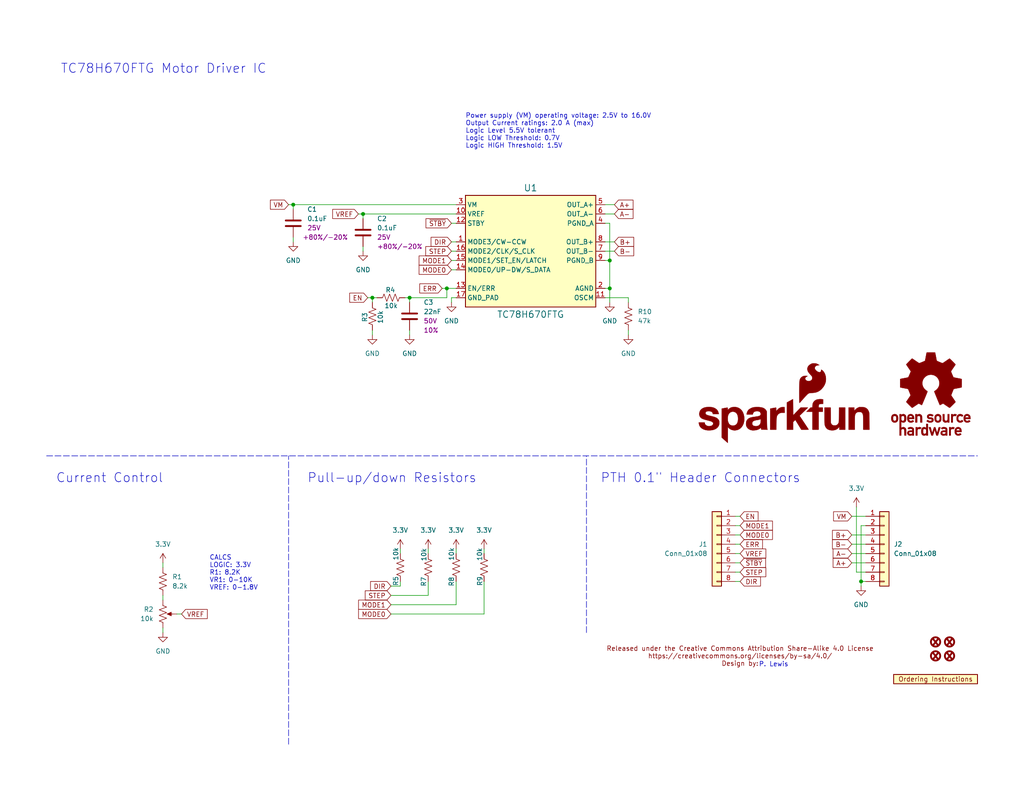
<source format=kicad_sch>
(kicad_sch (version 20230121) (generator eeschema)
  (paper "USLetter")
  (title_block (title "SparkFun Stepper Motor Breakout TC78H670FTG") (date "2024-02-16") (rev "v01"))
  (lib_symbols
    (symbol "SparkFun-Aesthetic:Creative_Commons_License"
      (symbol "Creative_Commons_License_1_1"
        (text "Released under the Creative Commons Attribution Share-Alike 4.0 License\nhttps://creativecommons.org/licenses/by-sa/4.0/\nDesign by:" (at 0 0 0) (effects (font (size 1.27 1.27))))
      )
    )
    (symbol "SparkFun-Aesthetic:Fiducial_0.5mm"
      (symbol "Fiducial_0.5mm_1_1"
        (text "x" (at 0 0.254 0) (effects (font (size 2.5 2.5) bold)))
      )
    )
    (symbol "SparkFun-Aesthetic:OSHW_Logo" (pin_names (offset 1.016)) (in_bom no))
    (symbol "SparkFun-Aesthetic:Ordering_Instructions"
      (symbol "Ordering_Instructions_1_1"
        (text "Ordering Instructions" (at 1.27 0 0) (effects (font (size 1.27 1.27))))
      )
    )
    (symbol "SparkFun-Aesthetic:SparkFun_Logo" (pin_names (offset 1.016)) (on_board no))
    (symbol "SparkFun-Capacitor:0.1uF_0603_25V_20%" (pin_numbers hide) (pin_names (offset 0.254))
      (property "Reference" "C" (at 0.635 2.54 0))
      (property "Value" "0.1uF" (at 0.635 -2.54 0))
      (property "Voltage" "25V" (at 0 -6.35 0))
      (property "Tolerance" "+80%/-20%" (at 0 -8.89 0))
      (symbol "0.1uF_0603_25V_20%_1_1"
        (pin passive line (at 0 3.81 270) (length 2.794) (name "~") (number "1"))
        (pin passive line (at 0 -3.81 90) (length 2.794) (name "~") (number "2"))
      )
    )
    (symbol "SparkFun-Capacitor:22nF_0603_50V_10%" (pin_numbers hide) (pin_names (offset 0.254))
      (property "Reference" "C" (at 0.635 2.54 0))
      (property "Value" "22nF" (at 0.635 -2.54 0))
      (property "Voltage" "50V" (at 0 -6.35 0))
      (property "Tolerance" "10%" (at 0 -8.89 0))
      (symbol "22nF_0603_50V_10%_1_1"
        (pin passive line (at 0 3.81 270) (length 2.794) (name "~") (number "1"))
        (pin passive line (at 0 -3.81 90) (length 2.794) (name "~") (number "2"))
      )
    )
    (symbol "SparkFun-Connector:Conn_01x08" (pin_names (offset 1.016) hide)
      (property "Reference" "J" (at 0 10.16 0))
      (property "Value" "Conn_01x08" (at 0 -12.7 0))
      (symbol "Conn_01x08_1_1"
        (pin passive line (at -5.08 7.62 0) (length 3.81) (name "Pin_1") (number "1"))
        (pin passive line (at -5.08 5.08 0) (length 3.81) (name "Pin_2") (number "2"))
        (pin passive line (at -5.08 2.54 0) (length 3.81) (name "Pin_3") (number "3"))
        (pin passive line (at -5.08 0 0) (length 3.81) (name "Pin_4") (number "4"))
        (pin passive line (at -5.08 -2.54 0) (length 3.81) (name "Pin_5") (number "5"))
        (pin passive line (at -5.08 -5.08 0) (length 3.81) (name "Pin_6") (number "6"))
        (pin passive line (at -5.08 -7.62 0) (length 3.81) (name "Pin_7") (number "7"))
        (pin passive line (at -5.08 -10.16 0) (length 3.81) (name "Pin_8") (number "8"))
      )
    )
    (symbol "SparkFun-PowerSymbol:3.3V" (power) (pin_names (offset 0))
      (property "Value" "3.3V" (at 0 3.556 0))
      (symbol "3.3V_1_1"
        (pin power_in line (at 0 0 90) (length 0) hide (name "3.3V") (number "1"))
      )
    )
    (symbol "SparkFun-PowerSymbol:GND" (power) (pin_names (offset 0))
      (property "Value" "GND" (at 0 -3.81 0))
      (symbol "GND_1_1"
        (pin power_in line (at 0 0 270) (length 0) hide (name "GND") (number "1"))
      )
    )
    (symbol "SparkFun-Resistor:10k_0603" (pin_numbers hide) (pin_names (offset 0))
      (property "Reference" "R" (at 0 -2.54 0))
      (property "Value" "10k" (at 0 2.54 0))
      (symbol "10k_0603_1_1"
        (pin passive line (at 3.81 0 180) (length 1.27) (name "~") (number "1"))
        (pin passive line (at -3.81 0 0) (length 1.27) (name "~") (number "2"))
      )
    )
    (symbol "SparkFun-Resistor:47k_0603" (pin_numbers hide) (pin_names (offset 0))
      (property "Reference" "R" (at 0 -2.54 0))
      (property "Value" "47k" (at 0 2.54 0))
      (symbol "47k_0603_1_1"
        (pin passive line (at 3.81 0 180) (length 1.27) (name "~") (number "1"))
        (pin passive line (at -3.81 0 0) (length 1.27) (name "~") (number "2"))
      )
    )
    (symbol "SparkFun-Resistor:8.2k_0603" (pin_numbers hide) (pin_names (offset 0))
      (property "Reference" "R" (at 0 -2.54 0))
      (property "Value" "8.2k" (at 0 2.54 0))
      (symbol "8.2k_0603_1_1"
        (pin passive line (at 3.81 0 180) (length 1.27) (name "~") (number "1"))
        (pin passive line (at -3.81 0 0) (length 1.27) (name "~") (number "2"))
      )
    )
    (symbol "SparkFun_ProDriver_TC78H670FTG-eagle-import:TC78H670FTG"
      (property "Reference" "U1" (at 0 16.256 0))
      (property "Value" "TC78H670FTG" (at 0 -16.256 0))
      (symbol "TC78H670FTG_1_0"
        (pin input line (at -20.32 2.54 0) (length 2.54) (name "MODE3/CW-CCW") (number "1"))
        (pin bidirectional line (at -20.32 10.16 0) (length 2.54) (name "VREF") (number "10"))
        (pin bidirectional line (at 20.32 -12.7 180) (length 2.54) (name "OSCM") (number "11"))
        (pin input line (at -20.32 7.62 0) (length 2.54) (name "STBY") (number "12"))
        (pin bidirectional line (at -20.32 -10.16 0) (length 2.54) (name "EN/ERR") (number "13"))
        (pin input line (at -20.32 -5.08 0) (length 2.54) (name "MODE0/UP-DW/S_DATA") (number "14"))
        (pin input line (at -20.32 -2.54 0) (length 2.54) (name "MODE1/SET_EN/LATCH") (number "15"))
        (pin input line (at -20.32 0 0) (length 2.54) (name "MODE2/CLK/S_CLK") (number "16"))
        (pin bidirectional line (at -20.32 -12.7 0) (length 2.54) (name "GND_PAD") (number "17"))
        (pin bidirectional line (at 20.32 -10.16 180) (length 2.54) (name "AGND") (number "2"))
        (pin power_in line (at -20.32 12.7 0) (length 2.54) (name "VM") (number "3"))
        (pin bidirectional line (at 20.32 7.62 180) (length 2.54) (name "PGND_A") (number "4"))
        (pin output line (at 20.32 12.7 180) (length 2.54) (name "OUT_A+") (number "5"))
        (pin output line (at 20.32 10.16 180) (length 2.54) (name "OUT_A-") (number "6"))
        (pin output line (at 20.32 0 180) (length 2.54) (name "OUT_B-") (number "7"))
        (pin output line (at 20.32 2.54 180) (length 2.54) (name "OUT_B+") (number "8"))
        (pin bidirectional line (at 20.32 -2.54 180) (length 2.54) (name "PGND_B") (number "9"))
      )
    )
    (symbol "Trimpot_10k_SMD_3.0x3.0mm_1" (pin_numbers hide) (pin_names (offset 1.016) hide)
      (property "Reference" "R1" (at 0 2.54 0))
      (property "Value" "10k" (at 2.54 -2.54 0))
      (symbol "Trimpot_10k_SMD_3.0x3.0mm_1_1_1"
        (pin passive line (at 3.81 0 180) (length 1.27) (name "~") (number "1"))
        (pin passive line (at 0 -3.81 90) (length 1.27) (name "~") (number "2"))
        (pin passive line (at -3.81 0 0) (length 1.27) (name "~") (number "3"))
      )
    )
  )
  (junction (at 166.37 71.12))
  (junction (at 80.01 55.88))
  (junction (at 166.37 78.74))
  (junction (at 101.6 81.28))
  (junction (at 99.06 58.42))
  (junction (at 234.95 158.75))
  (junction (at 121.92 78.74))
  (junction (at 111.76 81.28))
  (wire (pts (xy 200.66 148.59) (xy 201.93 148.59)))
  (wire (pts (xy 200.66 153.67) (xy 201.93 153.67)))
  (wire (pts (xy 111.76 81.28) (xy 111.76 82.55)))
  (wire (pts (xy 109.22 160.02) (xy 106.68 160.02)))
  (wire (pts (xy 99.06 58.42) (xy 124.46 58.42)))
  (wire (pts (xy 167.64 66.04) (xy 165.1 66.04)))
  (wire (pts (xy 166.37 82.55) (xy 166.37 78.74)))
  (wire (pts (xy 124.46 158.75) (xy 124.46 165.1)))
  (wire (pts (xy 165.1 81.28) (xy 171.45 81.28)))
  (polyline (pts (xy 78.74 203.2) (xy 78.74 124.46)) (stroke (width 0) (type dash)))
  (wire (pts (xy 234.95 158.75) (xy 234.95 160.02)))
  (wire (pts (xy 232.41 140.97) (xy 236.22 140.97)))
  (wire (pts (xy 101.6 91.44) (xy 101.6 90.17)))
  (wire (pts (xy 121.92 78.74) (xy 124.46 78.74)))
  (wire (pts (xy 123.19 73.66) (xy 124.46 73.66)))
  (wire (pts (xy 132.08 167.64) (xy 132.08 158.75)))
  (wire (pts (xy 200.66 151.13) (xy 201.93 151.13)))
  (wire (pts (xy 167.64 58.42) (xy 165.1 58.42)))
  (wire (pts (xy 171.45 91.44) (xy 171.45 90.17)))
  (wire (pts (xy 200.66 158.75) (xy 201.93 158.75)))
  (wire (pts (xy 116.84 149.86) (xy 116.84 151.13)))
  (wire (pts (xy 111.76 91.44) (xy 111.76 90.17)))
  (wire (pts (xy 236.22 143.51) (xy 234.95 143.51)))
  (wire (pts (xy 109.22 158.75) (xy 109.22 160.02)))
  (wire (pts (xy 123.19 66.04) (xy 124.46 66.04)))
  (wire (pts (xy 132.08 149.86) (xy 132.08 151.13)))
  (wire (pts (xy 165.1 71.12) (xy 166.37 71.12)))
  (wire (pts (xy 167.64 55.88) (xy 165.1 55.88)))
  (wire (pts (xy 97.79 58.42) (xy 99.06 58.42)))
  (wire (pts (xy 165.1 60.96) (xy 166.37 60.96)))
  (wire (pts (xy 123.19 68.58) (xy 124.46 68.58)))
  (wire (pts (xy 48.26 167.64) (xy 49.53 167.64)))
  (wire (pts (xy 232.41 153.67) (xy 236.22 153.67)))
  (wire (pts (xy 99.06 67.31) (xy 99.06 68.58)))
  (wire (pts (xy 123.19 71.12) (xy 124.46 71.12)))
  (wire (pts (xy 166.37 71.12) (xy 166.37 78.74)))
  (wire (pts (xy 120.65 78.74) (xy 121.92 78.74)))
  (wire (pts (xy 236.22 156.21) (xy 233.68 156.21)))
  (wire (pts (xy 116.84 158.75) (xy 116.84 162.56)))
  (wire (pts (xy 200.66 143.51) (xy 201.93 143.51)))
  (wire (pts (xy 234.95 143.51) (xy 234.95 158.75)))
  (wire (pts (xy 78.74 55.88) (xy 80.01 55.88)))
  (wire (pts (xy 166.37 60.96) (xy 166.37 71.12)))
  (polyline (pts (xy 160.02 172.72) (xy 160.02 124.46)) (stroke (width 0) (type dash)))
  (wire (pts (xy 167.64 68.58) (xy 165.1 68.58)))
  (wire (pts (xy 110.49 81.28) (xy 111.76 81.28)))
  (wire (pts (xy 123.19 82.55) (xy 123.19 81.28)))
  (wire (pts (xy 121.92 78.74) (xy 121.92 81.28)))
  (wire (pts (xy 123.19 81.28) (xy 124.46 81.28)))
  (wire (pts (xy 111.76 81.28) (xy 121.92 81.28)))
  (polyline (pts (xy 12.7 124.46) (xy 266.7 124.46)) (stroke (width 0) (type dash)))
  (wire (pts (xy 123.19 60.96) (xy 124.46 60.96)))
  (wire (pts (xy 80.01 55.88) (xy 124.46 55.88)))
  (wire (pts (xy 80.01 55.88) (xy 80.01 57.15)))
  (wire (pts (xy 109.22 149.86) (xy 109.22 151.13)))
  (wire (pts (xy 200.66 140.97) (xy 201.93 140.97)))
  (wire (pts (xy 102.87 81.28) (xy 101.6 81.28)))
  (wire (pts (xy 232.41 146.05) (xy 236.22 146.05)))
  (wire (pts (xy 124.46 149.86) (xy 124.46 151.13)))
  (wire (pts (xy 44.45 162.56) (xy 44.45 163.83)))
  (wire (pts (xy 200.66 146.05) (xy 201.93 146.05)))
  (wire (pts (xy 200.66 156.21) (xy 201.93 156.21)))
  (wire (pts (xy 80.01 64.77) (xy 80.01 66.04)))
  (wire (pts (xy 101.6 81.28) (xy 101.6 82.55)))
  (wire (pts (xy 232.41 151.13) (xy 236.22 151.13)))
  (wire (pts (xy 106.68 162.56) (xy 116.84 162.56)))
  (wire (pts (xy 233.68 138.43) (xy 233.68 156.21)))
  (wire (pts (xy 100.33 81.28) (xy 101.6 81.28)))
  (wire (pts (xy 99.06 58.42) (xy 99.06 59.69)))
  (wire (pts (xy 106.68 165.1) (xy 124.46 165.1)))
  (wire (pts (xy 234.95 158.75) (xy 236.22 158.75)))
  (wire (pts (xy 165.1 78.74) (xy 166.37 78.74)))
  (wire (pts (xy 106.68 167.64) (xy 132.08 167.64)))
  (wire (pts (xy 44.45 153.67) (xy 44.45 154.94)))
  (wire (pts (xy 44.45 171.45) (xy 44.45 172.72)))
  (wire (pts (xy 171.45 82.55) (xy 171.45 81.28)))
  (wire (pts (xy 232.41 148.59) (xy 236.22 148.59)))
  (text "Current Control" (at 15.24 132.08 0) (effects (font (size 2.5 2.5)) (justify left bottom)))
  (text "P. Lewis\n" (at 207.0328 182.2356 0) (effects (font (size 1.27 1.27)) (justify left bottom)))
  (text "Pull-up/down Resistors" (at 83.82 132.08 0) (effects (font (size 2.5 2.5)) (justify left bottom)))
  (text "CALCS\nLOGIC: 3.3V\nR1: 8.2K\nVR1: 0-10K\nVREF: 0-1.8V" (at 57.15 161.29 0) (effects (font (size 1.27 1.27)) (justify left bottom)))
  (text "Power supply (VM) operating voltage: 2.5V to 16.0V\nOutput Current ratings: 2.0 A (max)\nLogic Level 5.5V tolerant\nLogic LOW Threshold: 0.7V\nLogic HIGH Threshold: 1.5V" (at 127 40.64 0) (effects (font (size 1.27 1.27)) (justify left bottom)))
  (text "PTH 0.1\" Header Connectors" (at 163.83 132.08 0) (effects (font (size 2.5 2.5)) (justify left bottom)))
  (text "TC78H670FTG Motor Driver IC\n" (at 16.51 20.32 0) (effects (font (size 2.5 2.5)) (justify left bottom)))
  (global_label "A-" (shape input) (at 167.64 58.42 0) (property "Intersheetrefs" "${INTERSHEET_REFS}" (effects hide)))
  (global_label "VREF" (shape input) (at 97.79 58.42 180) (property "Intersheetrefs" "${INTERSHEET_REFS}" (effects hide)))
  (global_label "~{STBY}" (shape input) (at 123.19 60.96 180) (property "Intersheetrefs" "${INTERSHEET_REFS}" (effects hide)))
  (global_label "EN" (shape input) (at 100.33 81.28 180) (property "Intersheetrefs" "${INTERSHEET_REFS}" (effects hide)))
  (global_label "STEP" (shape input) (at 201.93 156.21 0) (property "Intersheetrefs" "${INTERSHEET_REFS}" (effects hide)))
  (global_label "A+" (shape input) (at 167.64 55.88 0) (property "Intersheetrefs" "${INTERSHEET_REFS}" (effects hide)))
  (global_label "STEP" (shape input) (at 106.68 162.56 180) (property "Intersheetrefs" "${INTERSHEET_REFS}" (effects hide)))
  (global_label "STEP" (shape input) (at 123.19 68.58 180) (property "Intersheetrefs" "${INTERSHEET_REFS}" (effects hide)))
  (global_label "VM" (shape input) (at 78.74 55.88 180) (property "Intersheetrefs" "${INTERSHEET_REFS}" (effects hide)))
  (global_label "MODE0" (shape input) (at 201.93 146.05 0) (property "Intersheetrefs" "${INTERSHEET_REFS}" (effects hide)))
  (global_label "EN" (shape input) (at 201.93 140.97 0) (property "Intersheetrefs" "${INTERSHEET_REFS}" (effects hide)))
  (global_label "B+" (shape input) (at 232.41 146.05 180) (property "Intersheetrefs" "${INTERSHEET_REFS}" (effects hide)))
  (global_label "~{STBY}" (shape input) (at 201.93 153.67 0) (property "Intersheetrefs" "${INTERSHEET_REFS}" (effects hide)))
  (global_label "VREF" (shape input) (at 49.53 167.64 0) (property "Intersheetrefs" "${INTERSHEET_REFS}" (effects hide)))
  (global_label "MODE0" (shape input) (at 106.68 167.64 180) (property "Intersheetrefs" "${INTERSHEET_REFS}" (effects hide)))
  (global_label "B-" (shape input) (at 167.64 68.58 0) (property "Intersheetrefs" "${INTERSHEET_REFS}" (effects hide)))
  (global_label "ERR" (shape input) (at 120.65 78.74 180) (property "Intersheetrefs" "${INTERSHEET_REFS}" (effects hide)))
  (global_label "A-" (shape input) (at 232.41 151.13 180) (property "Intersheetrefs" "${INTERSHEET_REFS}" (effects hide)))
  (global_label "A+" (shape input) (at 232.41 153.67 180) (property "Intersheetrefs" "${INTERSHEET_REFS}" (effects hide)))
  (global_label "DIR" (shape input) (at 201.93 158.75 0) (property "Intersheetrefs" "${INTERSHEET_REFS}" (effects hide)))
  (global_label "MODE1" (shape input) (at 201.93 143.51 0) (property "Intersheetrefs" "${INTERSHEET_REFS}" (effects hide)))
  (global_label "B-" (shape input) (at 232.41 148.59 180) (property "Intersheetrefs" "${INTERSHEET_REFS}" (effects hide)))
  (global_label "MODE1" (shape input) (at 106.68 165.1 180) (property "Intersheetrefs" "${INTERSHEET_REFS}" (effects hide)))
  (global_label "VREF" (shape input) (at 201.93 151.13 0) (property "Intersheetrefs" "${INTERSHEET_REFS}" (effects hide)))
  (global_label "VM" (shape input) (at 232.41 140.97 180) (property "Intersheetrefs" "${INTERSHEET_REFS}" (effects hide)))
  (global_label "B+" (shape input) (at 167.64 66.04 0) (property "Intersheetrefs" "${INTERSHEET_REFS}" (effects hide)))
  (global_label "DIR" (shape input) (at 123.19 66.04 180) (property "Intersheetrefs" "${INTERSHEET_REFS}" (effects hide)))
  (global_label "MODE1" (shape input) (at 123.19 71.12 180) (property "Intersheetrefs" "${INTERSHEET_REFS}" (effects hide)))
  (global_label "MODE0" (shape input) (at 123.19 73.66 180) (property "Intersheetrefs" "${INTERSHEET_REFS}" (effects hide)))
  (global_label "DIR" (shape input) (at 106.68 160.02 180) (property "Intersheetrefs" "${INTERSHEET_REFS}" (effects hide)))
  (global_label "ERR" (shape input) (at 201.93 148.59 0) (property "Intersheetrefs" "${INTERSHEET_REFS}" (effects hide)))
  (symbol (lib_id "SparkFun-Aesthetic:SparkFun_Logo") (at 213.36 114.3 0) (unit 1) (on_board no)
    (property "Reference" "G1" (effects hide))
    (property "Value" "SparkFun_Logo" (effects hide))
  )
  (symbol (lib_name "Trimpot_10k_SMD_3.0x3.0mm_1") (lib_id "SparkFun-Resistor:Trimpot_10k_SMD_3.0x3.0mm") (at 44.45 167.64 90) (unit 1)
    (property "Reference" "R2" (at 41.91 166.37 90) (effects (justify left)))
    (property "Value" "10k" (at 41.91 168.91 90) (effects (justify left)))
    (property "Footprint" "SparkFun-Resistor:Trimpot_SMD_3.0x3.0mm" (effects hide))
    (property "Datasheet" "https://www.ttelectronics.com/TTElectronics/media/ProductFiles/Datasheet/22.pdf" (effects hide))
    (property "PROD_ID" "RES-09285" (effects hide))
    (property "Mfg Part#" "22AR10K" (effects hide))
  )
  (symbol (lib_id "SparkFun-Aesthetic:Fiducial_0.5mm") (at 259.08 179.07 0) (unit 1)
    (property "Reference" "FID4" (effects hide))
    (property "Value" "Fiducial_0.5mm" (effects hide))
    (property "Footprint" "SparkFun-Aesthetic:Fiducial_0.5mm_Mask1mm" (effects hide))
  )
  (symbol (lib_id "SparkFun-PowerSymbol:3.3V") (at 233.68 138.43 0) (unit 1)
    (property "Reference" "#PWR0102" (effects hide))
    (property "Value" "3.3V" (at 233.68 133.35 0))
  )
  (symbol (lib_id "SparkFun-Resistor:10k_0603") (at 109.22 154.94 90) (unit 1)
    (property "Reference" "R5" (at 107.9954 157.2807 0) (effects (justify right)))
    (property "Value" "10k" (at 107.9954 149.3651 0) (effects (justify right)))
    (property "Footprint" "SparkFun-Resistor:R_0603_1608Metric" (effects hide))
    (property "Datasheet" "https://www.vishay.com/docs/20035/dcrcwe3.pdf" (effects hide))
    (property "PROD_ID" "RES-00824" (effects hide))
  )
  (symbol (lib_id "SparkFun-Aesthetic:Ordering_Instructions") (at 254 185.42 0) (unit 1)
    (property "Reference" "U2" (effects hide))
    (property "Footprint" "SparkFun-Aesthetic:Ordering_Instructions" (effects hide))
  )
  (symbol (lib_id "SparkFun-Resistor:10k_0603") (at 116.84 154.94 90) (unit 1)
    (property "Reference" "R7" (at 115.6157 157.4382 0) (effects (justify right)))
    (property "Value" "10k" (at 115.6551 149.6014 0) (effects (justify right)))
    (property "Footprint" "SparkFun-Resistor:R_0603_1608Metric" (effects hide))
    (property "Datasheet" "https://www.vishay.com/docs/20035/dcrcwe3.pdf" (effects hide))
    (property "PROD_ID" "RES-00824" (effects hide))
  )
  (symbol (lib_id "SparkFun-PowerSymbol:GND") (at 99.06 68.58 0) (unit 1)
    (property "Reference" "#PWR0109" (effects hide))
    (property "Value" "GND" (at 99.06 73.66 0))
  )
  (symbol (lib_id "SparkFun-PowerSymbol:GND") (at 234.95 160.02 0) (unit 1)
    (property "Reference" "#PWR0101" (effects hide))
    (property "Value" "GND" (at 234.95 165.1 0))
  )
  (symbol (lib_id "SparkFun-PowerSymbol:3.3V") (at 124.46 149.86 0) (unit 1)
    (property "Reference" "#PWR0112" (effects hide))
    (property "Value" "3.3V" (at 124.46 144.78 0))
  )
  (symbol (lib_id "SparkFun-Resistor:10k_0603") (at 132.08 154.94 90) (unit 1)
    (property "Reference" "R9" (at 130.9422 157.3003 0) (effects (justify right)))
    (property "Value" "10k" (at 130.8831 149.5029 0) (effects (justify right)))
    (property "Footprint" "SparkFun-Resistor:R_0603_1608Metric" (effects hide))
    (property "Datasheet" "https://www.vishay.com/docs/20035/dcrcwe3.pdf" (effects hide))
    (property "PROD_ID" "RES-00824" (effects hide))
  )
  (symbol (lib_id "SparkFun-Resistor:8.2k_0603") (at 44.45 158.75 90) (unit 1)
    (property "Reference" "R1" (at 46.99 157.48 90) (effects (justify right)))
    (property "Value" "8.2k" (at 46.99 160.02 90) (effects (justify right)))
    (property "Footprint" "SparkFun-Resistor:R_0603_1608Metric" (effects hide))
    (property "Datasheet" "https://www.yageo.com/upload/media/product/products/datasheet/rchip/PYu-RC_Group_51_RoHS_L_12.pdf" (effects hide))
    (property "PROD_ID" "RES-10646" (effects hide))
  )
  (symbol (lib_id "SparkFun-PowerSymbol:GND") (at 44.45 172.72 0) (unit 1)
    (property "Reference" "#PWR0114" (effects hide))
    (property "Value" "GND" (at 44.45 177.8 0))
  )
  (symbol (lib_id "SparkFun-PowerSymbol:3.3V") (at 109.22 149.86 0) (unit 1)
    (property "Reference" "#PWR0116" (effects hide))
    (property "Value" "3.3V" (at 109.22 144.78 0))
  )
  (symbol (lib_id "SparkFun-PowerSymbol:GND") (at 80.01 66.04 0) (unit 1)
    (property "Reference" "#PWR0108" (effects hide))
    (property "Value" "GND" (at 80.01 71.12 0))
  )
  (symbol (lib_id "SparkFun-PowerSymbol:GND") (at 166.37 82.55 0) (unit 1)
    (property "Reference" "#PWR0107" (effects hide))
    (property "Value" "GND" (at 166.37 87.63 0))
  )
  (symbol (lib_id "SparkFun-Aesthetic:Creative_Commons_License") (at 201.93 179.07 0) (unit 1)
    (property "Reference" "ref**1" (effects hide))
    (property "Value" "val**" (effects hide))
    (property "Footprint" "SparkFun-Aesthetic:Creative_Commons_License" (effects hide))
  )
  (symbol (lib_id "SparkFun-PowerSymbol:GND") (at 171.45 91.44 0) (unit 1)
    (property "Reference" "#PWR0106" (effects hide))
    (property "Value" "GND" (at 171.45 96.52 0))
  )
  (symbol (lib_id "SparkFun-PowerSymbol:GND") (at 123.19 82.55 0) (unit 1)
    (property "Reference" "#PWR0103" (effects hide))
    (property "Value" "GND" (at 123.19 87.63 0))
  )
  (symbol (lib_id "SparkFun-Resistor:10k_0603") (at 101.6 86.36 90) (unit 1)
    (property "Reference" "R3" (at 99.5328 85.2545 0) (effects (justify right)))
    (property "Value" "10k" (at 103.8066 84.745 0) (effects (justify right)))
    (property "Footprint" "SparkFun-Resistor:R_0603_1608Metric" (effects hide))
    (property "Datasheet" "https://www.vishay.com/docs/20035/dcrcwe3.pdf" (effects hide))
    (property "PROD_ID" "RES-00824" (effects hide))
  )
  (symbol (lib_id "SparkFun-Capacitor:0.1uF_0603_25V_20%") (at 99.06 63.5 0) (unit 1)
    (property "Reference" "C2" (at 102.87 59.69 0) (effects (justify left)))
    (property "Value" "0.1uF" (at 102.87 62.23 0) (effects (justify left)))
    (property "Footprint" "SparkFun-Capacitor:C_0603_1608Metric" (effects hide))
    (property "Datasheet" "https://cdn.sparkfun.com/assets/8/a/4/a/5/Kemet_Capacitor_Datasheet.pdf" (effects hide))
    (property "PROD_ID" "CAP-00810" (effects hide))
    (property "Voltage" "25V" (at 102.87 64.77 0) (effects (justify left)))
    (property "Tolerance" "+80%/-20%" (at 102.87 67.31 0) (effects (justify left)))
  )
  (symbol (lib_id "SparkFun-Aesthetic:Fiducial_0.5mm") (at 255.27 179.07 0) (unit 1)
    (property "Reference" "FID2" (effects hide))
    (property "Value" "Fiducial_0.5mm" (effects hide))
    (property "Footprint" "SparkFun-Aesthetic:Fiducial_0.5mm_Mask1mm" (effects hide))
  )
  (symbol (lib_id "SparkFun-Resistor:47k_0603") (at 171.45 86.36 90) (unit 1)
    (property "Reference" "R10" (at 173.99 85.09 90) (effects (justify right)))
    (property "Value" "47k" (at 173.99 87.63 90) (effects (justify right)))
    (property "Footprint" "SparkFun-Resistor:R_0603_1608Metric" (effects hide))
    (property "Datasheet" "https://www.vishay.com/docs/20035/dcrcwe3.pdf" (effects hide))
    (property "PROD_ID" "RES-07871" (effects hide))
  )
  (symbol (lib_id "SparkFun-PowerSymbol:3.3V") (at 132.08 149.86 0) (unit 1)
    (property "Reference" "#PWR0105" (effects hide))
    (property "Value" "3.3V" (at 132.08 144.78 0))
  )
  (symbol (lib_id "SparkFun-Aesthetic:OSHW_Logo") (at 254 111.76 0) (unit 1) (in_bom no)
    (property "Reference" "G2" (effects hide))
    (property "Value" "OSHW_Logo" (effects hide))
    (property "Footprint" "SparkFun-Aesthetic:Creative_Commons_License" (effects hide))
  )
  (symbol (lib_id "SparkFun-Capacitor:22nF_0603_50V_10%") (at 111.76 86.36 0) (unit 1)
    (property "Reference" "C3" (at 115.57 82.55 0) (effects (justify left)))
    (property "Value" "22nF" (at 115.57 85.09 0) (effects (justify left)))
    (property "Footprint" "SparkFun-Capacitor:C_0603_1608Metric" (effects hide))
    (property "Datasheet" "https://www.niccomp.com/products/catalog/nmc2.pdf" (effects hide))
    (property "PROD_ID" "CAP-07885" (effects hide))
    (property "Voltage" "50V" (at 115.57 87.63 0) (effects (justify left)))
    (property "Tolerance" "10%" (at 115.57 90.17 0) (effects (justify left)))
  )
  (symbol (lib_id "SparkFun-PowerSymbol:3.3V") (at 44.45 153.67 0) (unit 1)
    (property "Reference" "#PWR0113" (effects hide))
    (property "Value" "3.3V" (at 44.45 148.59 0))
  )
  (symbol (lib_id "SparkFun-Connector:Conn_01x08") (at 241.3 148.59 0) (unit 1)
    (property "Reference" "J2" (at 243.84 148.59 0) (effects (justify left)))
    (property "Value" "Conn_01x08" (at 243.84 151.13 0) (effects (justify left)))
    (property "Footprint" "SparkFun-Connector:1X08" (effects hide))
  )
  (symbol (lib_id "SparkFun_ProDriver_TC78H670FTG-eagle-import:TC78H670FTG") (at 144.78 68.58 0) (unit 1)
    (property "Reference" "U1" (at 144.78 52.324 0) (effects (font (size 1.778 1.778)) (justify bottom)))
    (property "Value" "TC78H670FTG" (at 144.78 84.836 0) (effects (font (size 1.778 1.778)) (justify top)))
    (property "Footprint" "SparkFun-IC-Special-Function:P-VQFN16-0303-0.50-001" (effects hide))
    (property "PROD_ID" "IC-15170" (effects hide))
  )
  (symbol (lib_id "SparkFun-Resistor:10k_0603") (at 124.46 154.94 90) (unit 1)
    (property "Reference" "R8" (at 123.2038 157.4185 0) (effects (justify right)))
    (property "Value" "10k" (at 123.2038 149.4438 0) (effects (justify right)))
    (property "Footprint" "SparkFun-Resistor:R_0603_1608Metric" (effects hide))
    (property "Datasheet" "https://www.vishay.com/docs/20035/dcrcwe3.pdf" (effects hide))
    (property "PROD_ID" "RES-00824" (effects hide))
  )
  (symbol (lib_id "SparkFun-Aesthetic:Fiducial_0.5mm") (at 259.08 175.26 0) (unit 1)
    (property "Reference" "FID3" (effects hide))
    (property "Value" "Fiducial_0.5mm" (effects hide))
    (property "Footprint" "SparkFun-Aesthetic:Fiducial_0.5mm_Mask1mm" (effects hide))
  )
  (symbol (lib_id "SparkFun-PowerSymbol:GND") (at 111.76 91.44 0) (unit 1)
    (property "Reference" "#PWR0104" (effects hide))
    (property "Value" "GND" (at 111.76 96.52 0))
  )
  (symbol (lib_id "SparkFun-PowerSymbol:3.3V") (at 116.84 149.86 0) (unit 1)
    (property "Reference" "#PWR0115" (effects hide))
    (property "Value" "3.3V" (at 116.84 144.78 0))
  )
  (symbol (lib_id "SparkFun-PowerSymbol:GND") (at 101.6 91.44 0) (unit 1)
    (property "Reference" "#PWR0110" (effects hide))
    (property "Value" "GND" (at 101.6 96.52 0))
  )
  (symbol (lib_id "SparkFun-Aesthetic:Fiducial_0.5mm") (at 255.27 175.26 0) (unit 1)
    (property "Reference" "FID1" (effects hide))
    (property "Value" "Fiducial_0.5mm" (effects hide))
    (property "Footprint" "SparkFun-Aesthetic:Fiducial_0.5mm_Mask1mm" (effects hide))
  )
  (symbol (lib_id "SparkFun-Connector:Conn_01x08") (at 195.58 148.59 0) (mirror y) (unit 1)
    (property "Reference" "J1" (at 193.04 148.59 0) (effects (justify left)))
    (property "Value" "Conn_01x08" (at 193.04 151.13 0) (effects (justify left)))
    (property "Footprint" "SparkFun-Connector:1x08" (effects hide))
  )
  (symbol (lib_id "SparkFun-Capacitor:0.1uF_0603_25V_20%") (at 80.01 60.96 0) (unit 1)
    (property "Reference" "C1" (at 83.82 57.15 0) (effects (justify left)))
    (property "Value" "0.1uF" (at 83.82 59.69 0) (effects (justify left)))
    (property "Footprint" "SparkFun-Capacitor:C_0603_1608Metric" (effects hide))
    (property "Datasheet" "https://cdn.sparkfun.com/assets/8/a/4/a/5/Kemet_Capacitor_Datasheet.pdf" (effects hide))
    (property "PROD_ID" "CAP-00810" (effects hide))
    (property "Voltage" "25V" (at 83.82 62.23 0) (effects (justify left)))
    (property "Tolerance" "+80%/-20%" (at 82.55 64.77 0) (effects (justify left)))
  )
  (symbol (lib_id "SparkFun-Resistor:10k_0603") (at 106.68 81.28 0) (unit 1)
    (property "Reference" "R4" (at 106.5263 79.1718 0))
    (property "Value" "10k" (at 106.7174 83.4647 0))
    (property "Footprint" "SparkFun-Resistor:R_0603_1608Metric" (effects hide))
    (property "Datasheet" "https://www.vishay.com/docs/20035/dcrcwe3.pdf" (effects hide))
    (property "PROD_ID" "RES-00824" (effects hide))
  )
)
</source>
